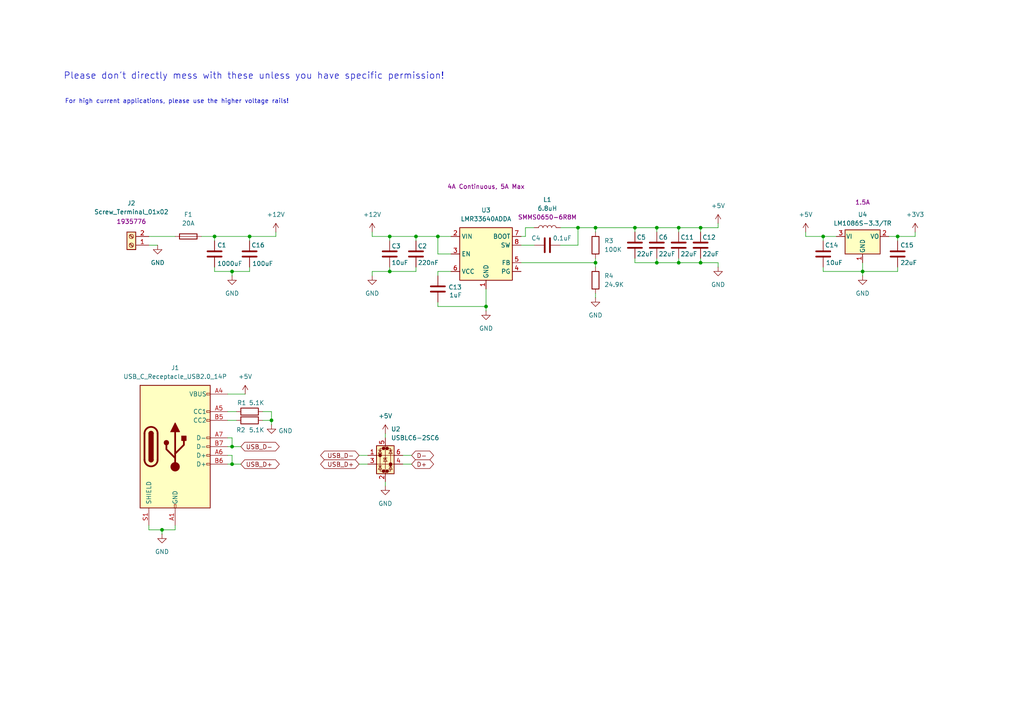
<source format=kicad_sch>
(kicad_sch (version 20250114) (generator "eeschema") (generator_version "9.0")
  (paper "A4")
  (lib_symbols
    (symbol "Connector:Screw_Terminal_01x02" (pin_names (offset 1.016) (hide yes))
      (property "Reference" "J" (at 0 2.54 0))
      (property "Value" "Screw_Terminal_01x02" (at 0 -5.08 0))
      (symbol "Screw_Terminal_01x02_1_1"
        (rectangle (start -1.27 1.27) (end 1.27 -3.81) (stroke (width 0.254)) (fill (type background)))
        (polyline (pts (xy -0.5334 0.3302) (xy 0.3302 -0.508)) (stroke (width 0.1524)))
        (polyline (pts (xy -0.5334 -2.2098) (xy 0.3302 -3.048)) (stroke (width 0.1524)))
        (polyline (pts (xy -0.3556 0.508) (xy 0.508 -0.3302)) (stroke (width 0.1524)))
        (polyline (pts (xy -0.3556 -2.032) (xy 0.508 -2.8702)) (stroke (width 0.1524)))
        (circle (center 0 0) (radius 0.635) (stroke (width 0.1524)))
        (circle (center 0 -2.54) (radius 0.635) (stroke (width 0.1524)))
        (pin passive line (at -5.08 0 0) (length 3.81) (name "Pin_1") (number "1"))
        (pin passive line (at -5.08 -2.54 0) (length 3.81) (name "Pin_2") (number "2"))
      )
    )
    (symbol "Connector:USB_C_Receptacle_USB2.0_14P" (pin_names (offset 1.016))
      (property "Reference" "J" (at 0 22.225 0))
      (property "Value" "USB_C_Receptacle_USB2.0_14P" (at 0 19.685 0))
      (symbol "USB_C_Receptacle_USB2.0_14P_0_0"
        (rectangle (start -0.254 -17.78) (end 0.254 -16.764))
        (rectangle (start 10.16 15.494) (end 9.144 14.986))
        (rectangle (start 10.16 10.414) (end 9.144 9.906))
        (rectangle (start 10.16 7.874) (end 9.144 7.366))
        (rectangle (start 10.16 2.794) (end 9.144 2.286))
        (rectangle (start 10.16 0.254) (end 9.144 -0.254))
        (rectangle (start 10.16 -2.286) (end 9.144 -2.794))
        (rectangle (start 10.16 -4.826) (end 9.144 -5.334))
      )
      (symbol "USB_C_Receptacle_USB2.0_14P_0_1"
        (rectangle (start -10.16 17.78) (end 10.16 -17.78) (stroke (width 0.254)) (fill (type background)))
        (polyline (pts (xy -8.89 -3.81) (xy -8.89 3.81)) (stroke (width 0.508)))
        (rectangle (start -7.62 -3.81) (end -6.35 3.81) (stroke (width 0.254)) (fill (type outline)))
        (arc (start -7.62 3.81) (mid -6.985 4.4423) (end -6.35 3.81) (stroke (width 0.254)))
        (arc (start -7.62 3.81) (mid -6.985 4.4423) (end -6.35 3.81) (stroke (width 0.254)) (fill (type outline)))
        (arc (start -8.89 3.81) (mid -6.985 5.7067) (end -5.08 3.81) (stroke (width 0.508)))
        (arc (start -5.08 -3.81) (mid -6.985 -5.7067) (end -8.89 -3.81) (stroke (width 0.508)))
        (arc (start -6.35 -3.81) (mid -6.985 -4.4423) (end -7.62 -3.81) (stroke (width 0.254)))
        (arc (start -6.35 -3.81) (mid -6.985 -4.4423) (end -7.62 -3.81) (stroke (width 0.254)) (fill (type outline)))
        (polyline (pts (xy -5.08 3.81) (xy -5.08 -3.81)) (stroke (width 0.508)))
        (circle (center -2.54 1.143) (radius 0.635) (stroke (width 0.254)) (fill (type outline)))
        (polyline (pts (xy -1.27 4.318) (xy 0 6.858) (xy 1.27 4.318) (xy -1.27 4.318)) (stroke (width 0.254)) (fill (type outline)))
        (polyline (pts (xy 0 -2.032) (xy 2.54 0.508) (xy 2.54 1.778)) (stroke (width 0.508)))
        (polyline (pts (xy 0 -3.302) (xy -2.54 -0.762) (xy -2.54 0.508)) (stroke (width 0.508)))
        (polyline (pts (xy 0 -5.842) (xy 0 4.318)) (stroke (width 0.508)))
        (circle (center 0 -5.842) (radius 1.27) (fill (type outline)))
        (rectangle (start 1.905 1.778) (end 3.175 3.048) (stroke (width 0.254)) (fill (type outline)))
      )
      (symbol "USB_C_Receptacle_USB2.0_14P_1_1"
        (pin passive line (at -7.62 -22.86 90) (length 5.08) (name "SHIELD") (number "S1"))
        (pin passive line (at 0 -22.86 90) (length 5.08) (name "GND") (number "A1"))
        (pin passive line (at 0 -22.86 90) (length 5.08) (hide yes) (name "GND") (number "A12"))
        (pin passive line (at 0 -22.86 90) (length 5.08) (hide yes) (name "GND") (number "B1"))
        (pin passive line (at 0 -22.86 90) (length 5.08) (hide yes) (name "GND") (number "B12"))
        (pin passive line (at 15.24 15.24 180) (length 5.08) (name "VBUS") (number "A4"))
        (pin passive line (at 15.24 15.24 180) (length 5.08) (hide yes) (name "VBUS") (number "A9"))
        (pin passive line (at 15.24 15.24 180) (length 5.08) (hide yes) (name "VBUS") (number "B4"))
        (pin passive line (at 15.24 15.24 180) (length 5.08) (hide yes) (name "VBUS") (number "B9"))
        (pin bidirectional line (at 15.24 10.16 180) (length 5.08) (name "CC1") (number "A5"))
        (pin bidirectional line (at 15.24 7.62 180) (length 5.08) (name "CC2") (number "B5"))
        (pin bidirectional line (at 15.24 2.54 180) (length 5.08) (name "D-") (number "A7"))
        (pin bidirectional line (at 15.24 0 180) (length 5.08) (name "D-") (number "B7"))
        (pin bidirectional line (at 15.24 -2.54 180) (length 5.08) (name "D+") (number "A6"))
        (pin bidirectional line (at 15.24 -5.08 180) (length 5.08) (name "D+") (number "B6"))
      )
    )
    (symbol "Device:C" (pin_numbers (hide yes)) (pin_names (offset 0.254))
      (property "Reference" "C" (at 0.635 2.54 0))
      (property "Value" "C" (at 0.635 -2.54 0))
      (symbol "C_0_1"
        (polyline (pts (xy -2.032 0.762) (xy 2.032 0.762)) (stroke (width 0.508)))
        (polyline (pts (xy -2.032 -0.762) (xy 2.032 -0.762)) (stroke (width 0.508)))
      )
      (symbol "C_1_1"
        (pin passive line (at 0 3.81 270) (length 2.794) (name "~") (number "1"))
        (pin passive line (at 0 -3.81 90) (length 2.794) (name "~") (number "2"))
      )
    )
    (symbol "Device:Fuse" (pin_numbers (hide yes)) (pin_names (offset 0))
      (property "Reference" "F" (at 2.032 0 90))
      (property "Value" "Fuse" (at -1.905 0 90))
      (symbol "Fuse_0_1"
        (rectangle (start -0.762 -2.54) (end 0.762 2.54) (stroke (width 0.254)))
        (polyline (pts (xy 0 2.54) (xy 0 -2.54)))
      )
      (symbol "Fuse_1_1"
        (pin passive line (at 0 3.81 270) (length 1.27) (name "~") (number "1"))
        (pin passive line (at 0 -3.81 90) (length 1.27) (name "~") (number "2"))
      )
    )
    (symbol "Device:L" (pin_numbers (hide yes)) (pin_names (offset 1.016) (hide yes))
      (property "Reference" "L" (at -1.27 0 90))
      (property "Value" "L" (at 1.905 0 90))
      (symbol "L_0_1"
        (arc (start 0 2.54) (mid 0.6323 1.905) (end 0 1.27))
        (arc (start 0 1.27) (mid 0.6323 0.635) (end 0 0))
        (arc (start 0 0) (mid 0.6323 -0.635) (end 0 -1.27))
        (arc (start 0 -1.27) (mid 0.6323 -1.905) (end 0 -2.54))
      )
      (symbol "L_1_1"
        (pin passive line (at 0 3.81 270) (length 1.27) (name "1") (number "1"))
        (pin passive line (at 0 -3.81 90) (length 1.27) (name "2") (number "2"))
      )
    )
    (symbol "Device:R" (pin_numbers (hide yes)) (pin_names (offset 0))
      (property "Reference" "R" (at 2.032 0 90))
      (property "Value" "R" (at 0 0 90))
      (symbol "R_0_1"
        (rectangle (start -1.016 -2.54) (end 1.016 2.54) (stroke (width 0.254)))
      )
      (symbol "R_1_1"
        (pin passive line (at 0 3.81 270) (length 1.27) (name "~") (number "1"))
        (pin passive line (at 0 -3.81 90) (length 1.27) (name "~") (number "2"))
      )
    )
    (symbol "Power_Protection:USBLC6-2SC6" (pin_names (hide yes))
      (property "Reference" "U" (at 0.635 5.715 0))
      (property "Value" "USBLC6-2SC6" (at 0.635 3.81 0))
      (symbol "USBLC6-2SC6_0_0"
        (circle (center -1.524 0) (radius 0.0001) (stroke (width 0.508)))
        (circle (center -0.508 2.032) (radius 0.0001) (stroke (width 0.508)))
        (circle (center -0.508 -4.572) (radius 0.0001) (stroke (width 0.508)))
        (circle (center 0.508 2.032) (radius 0.0001) (stroke (width 0.508)))
        (circle (center 0.508 -4.572) (radius 0.0001) (stroke (width 0.508)))
        (circle (center 1.524 -2.54) (radius 0.0001) (stroke (width 0.508)))
      )
      (symbol "USBLC6-2SC6_0_1"
        (polyline (pts (xy -2.54 0) (xy 2.54 0)))
        (polyline (pts (xy -2.54 -2.54) (xy 2.54 -2.54)))
        (polyline (pts (xy -2.032 0.508) (xy -1.016 0.508) (xy -1.524 1.524) (xy -2.032 0.508)))
        (polyline (pts (xy -2.032 -3.048) (xy -1.016 -3.048)))
        (polyline (pts (xy -1.016 1.524) (xy -2.032 1.524)))
        (polyline (pts (xy -1.016 -4.064) (xy -2.032 -4.064) (xy -1.524 -3.048) (xy -1.016 -4.064)))
        (polyline (pts (xy -0.508 -1.143) (xy -0.508 -0.762) (xy 0.508 -0.762)))
        (polyline (pts (xy 0 2.54) (xy -0.508 2.032) (xy 0.508 2.032) (xy 0 1.524) (xy 0 -4.064) (xy -0.508 -4.572) (xy 0.508 -4.572) (xy 0 -5.08)))
        (polyline (pts (xy 0.508 -1.778) (xy -0.508 -1.778) (xy 0 -0.762) (xy 0.508 -1.778)))
        (polyline (pts (xy 1.016 1.524) (xy 2.032 1.524)))
        (polyline (pts (xy 1.016 -3.048) (xy 2.032 -3.048)))
        (polyline (pts (xy 2.032 0.508) (xy 1.016 0.508) (xy 1.524 1.524) (xy 2.032 0.508)))
        (polyline (pts (xy 2.032 -4.064) (xy 1.016 -4.064) (xy 1.524 -3.048) (xy 2.032 -4.064)))
      )
      (symbol "USBLC6-2SC6_1_1"
        (rectangle (start -2.54 2.794) (end 2.54 -5.334) (stroke (width 0.254)) (fill (type background)))
        (polyline (pts (xy -0.508 2.032) (xy -1.524 2.032) (xy -1.524 -4.572) (xy -0.508 -4.572)))
        (polyline (pts (xy 0.508 -4.572) (xy 1.524 -4.572) (xy 1.524 2.032) (xy 0.508 2.032)))
        (pin passive line (at -5.08 0 0) (length 2.54) (name "I/O1") (number "1"))
        (pin passive line (at -5.08 -2.54 0) (length 2.54) (name "I/O2") (number "3"))
        (pin passive line (at 0 5.08 270) (length 2.54) (name "VBUS") (number "5"))
        (pin passive line (at 0 -7.62 90) (length 2.54) (name "GND") (number "2"))
        (pin passive line (at 5.08 0 180) (length 2.54) (name "I/O1") (number "6"))
        (pin passive line (at 5.08 -2.54 180) (length 2.54) (name "I/O2") (number "4"))
      )
    )
    (symbol "Regulator_Linear:LM1084-3.3" (pin_names (offset 0.254))
      (property "Reference" "U" (at -3.81 3.175 0))
      (property "Value" "LM1084-3.3" (at 0 3.175 0))
      (symbol "LM1084-3.3_0_1"
        (rectangle (start -5.08 1.905) (end 5.08 -5.08) (stroke (width 0.254)) (fill (type background)))
      )
      (symbol "LM1084-3.3_1_1"
        (pin power_in line (at -7.62 0 0) (length 2.54) (name "VI") (number "3"))
        (pin power_in line (at 0 -7.62 90) (length 2.54) (name "GND") (number "1"))
        (pin power_out line (at 7.62 0 180) (length 2.54) (name "VO") (number "2"))
      )
    )
    (symbol "Regulator_Switching:LMR33640ADDA"
      (property "Reference" "U" (at 0 11.43 0))
      (property "Value" "LMR33640ADDA" (at 0 8.89 0))
      (symbol "LMR33640ADDA_0_1"
        (rectangle (start -7.62 7.62) (end 7.62 -7.62) (stroke (width 0.254)) (fill (type background)))
      )
      (symbol "LMR33640ADDA_1_1"
        (pin power_in line (at -10.16 5.08 0) (length 2.54) (name "VIN") (number "2"))
        (pin input line (at -10.16 0 0) (length 2.54) (name "EN") (number "3"))
        (pin power_out line (at -10.16 -5.08 0) (length 2.54) (name "VCC") (number "6"))
        (pin power_in line (at 0 -10.16 90) (length 2.54) (name "GND") (number "1"))
        (pin passive line (at 0 -10.16 90) (length 2.54) (hide yes) (name "GND") (number "9"))
        (pin input line (at 10.16 5.08 180) (length 2.54) (name "BOOT") (number "7"))
        (pin output line (at 10.16 2.54 180) (length 2.54) (name "SW") (number "8"))
        (pin input line (at 10.16 -2.54 180) (length 2.54) (name "FB") (number "5"))
        (pin open_collector line (at 10.16 -5.08 180) (length 2.54) (name "PG") (number "4"))
      )
    )
    (symbol "power:+12V" (power) (pin_numbers (hide yes)) (pin_names (offset 0) (hide yes))
      (property "Value" "+12V" (at 0 3.556 0))
      (symbol "+12V_0_1"
        (polyline (pts (xy -0.762 1.27) (xy 0 2.54)))
        (polyline (pts (xy 0 2.54) (xy 0.762 1.27)))
        (polyline (pts (xy 0 0) (xy 0 2.54)))
      )
      (symbol "+12V_1_1"
        (pin power_in line (at 0 0 90) (length 0) (name "~") (number "1"))
      )
    )
    (symbol "power:+3V3" (power) (pin_numbers (hide yes)) (pin_names (offset 0) (hide yes))
      (property "Value" "+3V3" (at 0 3.556 0))
      (symbol "+3V3_0_1"
        (polyline (pts (xy -0.762 1.27) (xy 0 2.54)))
        (polyline (pts (xy 0 2.54) (xy 0.762 1.27)))
        (polyline (pts (xy 0 0) (xy 0 2.54)))
      )
      (symbol "+3V3_1_1"
        (pin power_in line (at 0 0 90) (length 0) (name "~") (number "1"))
      )
    )
    (symbol "power:+5V" (power) (pin_numbers (hide yes)) (pin_names (offset 0) (hide yes))
      (property "Value" "+5V" (at 0 3.556 0))
      (symbol "+5V_0_1"
        (polyline (pts (xy -0.762 1.27) (xy 0 2.54)))
        (polyline (pts (xy 0 2.54) (xy 0.762 1.27)))
        (polyline (pts (xy 0 0) (xy 0 2.54)))
      )
      (symbol "+5V_1_1"
        (pin power_in line (at 0 0 90) (length 0) (name "~") (number "1"))
      )
    )
    (symbol "power:GND" (power) (pin_numbers (hide yes)) (pin_names (offset 0) (hide yes))
      (property "Value" "GND" (at 0 -3.81 0))
      (symbol "GND_0_1"
        (polyline (pts (xy 0 0) (xy 0 -1.27) (xy 1.27 -1.27) (xy 0 -2.54) (xy -1.27 -1.27) (xy 0 -1.27)))
      )
      (symbol "GND_1_1"
        (pin power_in line (at 0 0 270) (length 0) (name "~") (number "1"))
      )
    )
  )
  (text "Please don't directly mess with these unless you have specific permission!" (at 73.66 22.098 0) (effects (font (size 1.905 1.905))))
  (text "For high current applications, please use the higher voltage rails!" (at 51.308 29.464 0) (effects (font (size 1.27 1.27))))
  (junction (at 203.2 66.04))
  (junction (at 260.35 68.58))
  (junction (at 196.85 76.2))
  (junction (at 62.23 68.58))
  (junction (at 113.03 78.74))
  (junction (at 250.19 78.74))
  (junction (at 113.03 68.58))
  (junction (at 196.85 66.04))
  (junction (at 140.97 88.9))
  (junction (at 46.99 153.67))
  (junction (at 120.65 68.58))
  (junction (at 72.39 68.58))
  (junction (at 67.31 129.54))
  (junction (at 203.2 76.2))
  (junction (at 172.72 76.2))
  (junction (at 67.31 134.62))
  (junction (at 184.15 66.04))
  (junction (at 172.72 66.04))
  (junction (at 127 68.58))
  (junction (at 67.31 78.74))
  (junction (at 238.76 68.58))
  (junction (at 190.5 66.04))
  (junction (at 190.5 76.2))
  (junction (at 167.64 66.04))
  (junction (at 78.74 121.92))
  (wire (pts (xy 72.39 68.58) (xy 62.23 68.58)))
  (wire (pts (xy 67.31 80.01) (xy 67.31 78.74)))
  (wire (pts (xy 107.95 68.58) (xy 107.95 67.31)))
  (wire (pts (xy 260.35 69.85) (xy 260.35 68.58)))
  (wire (pts (xy 196.85 76.2) (xy 190.5 76.2)))
  (wire (pts (xy 190.5 76.2) (xy 184.15 76.2)))
  (wire (pts (xy 104.14 134.62) (xy 106.68 134.62)))
  (wire (pts (xy 151.13 76.2) (xy 172.72 76.2)))
  (wire (pts (xy 68.58 121.92) (xy 66.04 121.92)))
  (wire (pts (xy 68.58 119.38) (xy 66.04 119.38)))
  (wire (pts (xy 107.95 78.74) (xy 113.03 78.74)))
  (wire (pts (xy 107.95 68.58) (xy 113.03 68.58)))
  (wire (pts (xy 72.39 78.74) (xy 72.39 77.47)))
  (wire (pts (xy 172.72 76.2) (xy 172.72 77.47)))
  (wire (pts (xy 208.28 76.2) (xy 208.28 77.47)))
  (wire (pts (xy 172.72 74.93) (xy 172.72 76.2)))
  (wire (pts (xy 113.03 78.74) (xy 120.65 78.74)))
  (wire (pts (xy 104.14 132.08) (xy 106.68 132.08)))
  (wire (pts (xy 184.15 66.04) (xy 190.5 66.04)))
  (wire (pts (xy 80.01 68.58) (xy 72.39 68.58)))
  (wire (pts (xy 167.64 71.12) (xy 162.56 71.12)))
  (wire (pts (xy 78.74 121.92) (xy 78.74 119.38)))
  (wire (pts (xy 140.97 90.17) (xy 140.97 88.9)))
  (wire (pts (xy 203.2 76.2) (xy 203.2 74.93)))
  (wire (pts (xy 111.76 140.97) (xy 111.76 139.7)))
  (wire (pts (xy 43.18 152.4) (xy 43.18 153.67)))
  (wire (pts (xy 67.31 78.74) (xy 62.23 78.74)))
  (wire (pts (xy 190.5 66.04) (xy 190.5 67.31)))
  (wire (pts (xy 250.19 76.2) (xy 250.19 78.74)))
  (wire (pts (xy 67.31 134.62) (xy 69.85 134.62)))
  (wire (pts (xy 120.65 78.74) (xy 120.65 77.47)))
  (wire (pts (xy 66.04 127) (xy 67.31 127)))
  (wire (pts (xy 140.97 83.82) (xy 140.97 88.9)))
  (wire (pts (xy 119.38 132.08) (xy 116.84 132.08)))
  (wire (pts (xy 151.13 71.12) (xy 154.94 71.12)))
  (wire (pts (xy 208.28 76.2) (xy 203.2 76.2)))
  (wire (pts (xy 184.15 76.2) (xy 184.15 74.93)))
  (wire (pts (xy 66.04 134.62) (xy 67.31 134.62)))
  (wire (pts (xy 80.01 68.58) (xy 80.01 67.31)))
  (wire (pts (xy 196.85 66.04) (xy 203.2 66.04)))
  (wire (pts (xy 190.5 76.2) (xy 190.5 74.93)))
  (wire (pts (xy 208.28 66.04) (xy 203.2 66.04)))
  (wire (pts (xy 78.74 121.92) (xy 76.2 121.92)))
  (wire (pts (xy 172.72 66.04) (xy 172.72 67.31)))
  (wire (pts (xy 46.99 153.67) (xy 50.8 153.67)))
  (wire (pts (xy 50.8 68.58) (xy 43.18 68.58)))
  (wire (pts (xy 151.13 68.58) (xy 152.4 68.58)))
  (wire (pts (xy 113.03 68.58) (xy 120.65 68.58)))
  (wire (pts (xy 260.35 77.47) (xy 260.35 78.74)))
  (wire (pts (xy 233.68 68.58) (xy 233.68 67.31)))
  (wire (pts (xy 203.2 76.2) (xy 196.85 76.2)))
  (wire (pts (xy 250.19 80.01) (xy 250.19 78.74)))
  (wire (pts (xy 72.39 69.85) (xy 72.39 68.58)))
  (wire (pts (xy 62.23 68.58) (xy 58.42 68.58)))
  (wire (pts (xy 107.95 78.74) (xy 107.95 80.01)))
  (wire (pts (xy 196.85 76.2) (xy 196.85 74.93)))
  (wire (pts (xy 238.76 78.74) (xy 250.19 78.74)))
  (wire (pts (xy 119.38 134.62) (xy 116.84 134.62)))
  (wire (pts (xy 167.64 66.04) (xy 172.72 66.04)))
  (wire (pts (xy 152.4 68.58) (xy 152.4 66.04)))
  (wire (pts (xy 62.23 78.74) (xy 62.23 77.47)))
  (wire (pts (xy 127 88.9) (xy 127 87.63)))
  (wire (pts (xy 190.5 66.04) (xy 196.85 66.04)))
  (wire (pts (xy 196.85 66.04) (xy 196.85 67.31)))
  (wire (pts (xy 62.23 69.85) (xy 62.23 68.58)))
  (wire (pts (xy 260.35 68.58) (xy 257.81 68.58)))
  (wire (pts (xy 203.2 66.04) (xy 203.2 67.31)))
  (wire (pts (xy 113.03 78.74) (xy 113.03 77.47)))
  (wire (pts (xy 50.8 152.4) (xy 50.8 153.67)))
  (wire (pts (xy 265.43 68.58) (xy 265.43 67.31)))
  (wire (pts (xy 71.12 114.3) (xy 66.04 114.3)))
  (wire (pts (xy 172.72 66.04) (xy 184.15 66.04)))
  (wire (pts (xy 113.03 69.85) (xy 113.03 68.58)))
  (wire (pts (xy 265.43 68.58) (xy 260.35 68.58)))
  (wire (pts (xy 78.74 123.19) (xy 78.74 121.92)))
  (wire (pts (xy 45.72 71.12) (xy 43.18 71.12)))
  (wire (pts (xy 46.99 154.94) (xy 46.99 153.67)))
  (wire (pts (xy 172.72 86.36) (xy 172.72 85.09)))
  (wire (pts (xy 67.31 78.74) (xy 72.39 78.74)))
  (wire (pts (xy 238.76 68.58) (xy 242.57 68.58)))
  (wire (pts (xy 167.64 66.04) (xy 167.64 71.12)))
  (wire (pts (xy 162.56 66.04) (xy 167.64 66.04)))
  (wire (pts (xy 238.76 77.47) (xy 238.76 78.74)))
  (wire (pts (xy 78.74 119.38) (xy 76.2 119.38)))
  (wire (pts (xy 250.19 78.74) (xy 260.35 78.74)))
  (wire (pts (xy 127 73.66) (xy 127 68.58)))
  (wire (pts (xy 130.81 73.66) (xy 127 73.66)))
  (wire (pts (xy 67.31 134.62) (xy 67.31 132.08)))
  (wire (pts (xy 238.76 69.85) (xy 238.76 68.58)))
  (wire (pts (xy 111.76 125.73) (xy 111.76 127)))
  (wire (pts (xy 43.18 153.67) (xy 46.99 153.67)))
  (wire (pts (xy 233.68 68.58) (xy 238.76 68.58)))
  (wire (pts (xy 67.31 127) (xy 67.31 129.54)))
  (wire (pts (xy 184.15 67.31) (xy 184.15 66.04)))
  (wire (pts (xy 66.04 129.54) (xy 67.31 129.54)))
  (wire (pts (xy 208.28 66.04) (xy 208.28 64.77)))
  (wire (pts (xy 127 88.9) (xy 140.97 88.9)))
  (wire (pts (xy 152.4 66.04) (xy 154.94 66.04)))
  (wire (pts (xy 120.65 69.85) (xy 120.65 68.58)))
  (wire (pts (xy 127 68.58) (xy 130.81 68.58)))
  (wire (pts (xy 127 78.74) (xy 130.81 78.74)))
  (wire (pts (xy 67.31 129.54) (xy 69.85 129.54)))
  (wire (pts (xy 66.04 132.08) (xy 67.31 132.08)))
  (wire (pts (xy 120.65 68.58) (xy 127 68.58)))
  (wire (pts (xy 127 80.01) (xy 127 78.74)))
  (global_label "USB_D-" (shape bidirectional) (at 69.85 129.54 0) (property "Intersheetrefs" "${INTERSHEET_REFS}" (effects (hide yes))))
  (global_label "D+" (shape bidirectional) (at 119.38 134.62 0) (property "Intersheetrefs" "${INTERSHEET_REFS}" (effects (hide yes))))
  (global_label "USB_D+" (shape bidirectional) (at 69.85 134.62 0) (property "Intersheetrefs" "${INTERSHEET_REFS}" (effects (hide yes))))
  (global_label "USB_D-" (shape bidirectional) (at 104.14 132.08 180) (property "Intersheetrefs" "${INTERSHEET_REFS}" (effects (hide yes))))
  (global_label "USB_D+" (shape bidirectional) (at 104.14 134.62 180) (property "Intersheetrefs" "${INTERSHEET_REFS}" (effects (hide yes))))
  (global_label "D-" (shape bidirectional) (at 119.38 132.08 0) (property "Intersheetrefs" "${INTERSHEET_REFS}" (effects (hide yes))))
  (symbol (lib_id "power:+3V3") (at 265.43 67.31 0) (unit 1)
    (property "Reference" "#PWR021" (effects (hide yes)))
    (property "Value" "+3V3" (at 265.43 62.23 0))
    (property "Description" "Power symbol creates a global label with name \"+3V3\"" (effects (hide yes)))
  )
  (symbol (lib_id "power:GND") (at 111.76 140.97 0) (unit 1)
    (property "Reference" "#PWR011" (effects (hide yes)))
    (property "Value" "GND" (at 111.76 146.05 0))
    (property "Description" "Power symbol creates a global label with name \"GND\" , ground" (effects (hide yes)))
  )
  (symbol (lib_id "Device:R") (at 72.39 121.92 90) (unit 1)
    (property "Reference" "R2" (at 69.85 124.714 90))
    (property "Value" "5.1K" (at 74.422 124.714 90))
    (property "Footprint" "Resistor_SMD:R_0402_1005Metric" (effects (hide yes)))
    (property "Description" "Resistor" (effects (hide yes)))
  )
  (symbol (lib_id "Device:C") (at 72.39 73.66 0) (unit 1)
    (property "Reference" "C16" (at 72.898 71.12 0) (effects (justify left)))
    (property "Value" "100uF" (at 73.152 76.454 0) (effects (justify left)))
    (property "Footprint" "Capacitor_SMD:C_Elec_6.3x5.8" (effects (hide yes)))
    (property "Description" "Unpolarized capacitor" (effects (hide yes)))
    (property "Part" "MA25V100M6x6" (effects (hide yes)))
  )
  (symbol (lib_id "power:GND") (at 140.97 90.17 0) (unit 1)
    (property "Reference" "#PWR015" (effects (hide yes)))
    (property "Value" "GND" (at 140.97 95.25 0))
    (property "Description" "Power symbol creates a global label with name \"GND\" , ground" (effects (hide yes)))
  )
  (symbol (lib_id "Device:C") (at 238.76 73.66 0) (unit 1)
    (property "Reference" "C14" (at 239.268 71.12 0) (effects (justify left)))
    (property "Value" "10uF" (at 239.522 76.2 0) (effects (justify left)))
    (property "Footprint" "Capacitor_SMD:C_0805_2012Metric" (effects (hide yes)))
    (property "Description" "Unpolarized capacitor" (effects (hide yes)))
  )
  (symbol (lib_id "Device:C") (at 260.35 73.66 0) (unit 1)
    (property "Reference" "C15" (at 261.112 71.12 0) (effects (justify left)))
    (property "Value" "22uF" (at 261.112 76.2 0) (effects (justify left)))
    (property "Footprint" "Capacitor_SMD:C_0805_2012Metric" (effects (hide yes)))
    (property "Description" "Unpolarized capacitor" (effects (hide yes)))
  )
  (symbol (lib_id "Device:C") (at 196.85 71.12 0) (unit 1)
    (property "Reference" "C11" (at 197.358 68.834 0) (effects (justify left)))
    (property "Value" "22uF" (at 197.358 73.66 0) (effects (justify left)))
    (property "Footprint" "Capacitor_SMD:C_0805_2012Metric" (effects (hide yes)))
    (property "Description" "Unpolarized capacitor" (effects (hide yes)))
  )
  (symbol (lib_id "power:+5V") (at 208.28 64.77 0) (unit 1)
    (property "Reference" "#PWR016" (effects (hide yes)))
    (property "Value" "+5V" (at 208.28 59.69 0))
    (property "Description" "Power symbol creates a global label with name \"+5V\"" (effects (hide yes)))
  )
  (symbol (lib_id "Regulator_Linear:LM1084-3.3") (at 250.19 68.58 0) (unit 1)
    (property "Reference" "U4" (at 250.19 62.23 0))
    (property "Value" "LM1086S-3.3/TR" (at 250.19 64.77 0))
    (property "Footprint" "Package_TO_SOT_SMD:TO-263-3_TabPin2" (effects (hide yes)))
    (property "Datasheet" "https://jlcpcb.com/api/file/downloadByFileSystemAccessId/8588894060694687745" (effects (hide yes)))
    (property "Description" "-40℃~+125℃@(Tj) 0.003%Vout 1 1.3V@(1.5A) 1.5A 15V 3.3V 5mA 75dB@(120Hz) Fixed Over Current Protection Positive TO-263-3 Voltage Regulators - Linear, Low Drop Out (LDO) Regulators ROHS" (effects (hide yes)))
    (property "Current" "1.5A" (at 250.19 58.674 0))
  )
  (symbol (lib_id "Connector:Screw_Terminal_01x02") (at 38.1 71.12 180) (unit 1)
    (property "Reference" "J2" (at 38.1 58.928 0))
    (property "Value" "Screw_Terminal_01x02" (at 38.1 61.468 0))
    (property "Footprint" "TerminalBlock_Phoenix:TerminalBlock_Phoenix_PT-1,5-2-5.0-H_1x02_P5.00mm_Horizontal" (effects (hide yes)))
    (property "Description" "Generic screw terminal, single row, 01x02, script generated (kicad-library-utils/schlib/autogen/connector/)" (effects (hide yes)))
    (property "Part" "1935776" (at 38.1 64.262 0))
  )
  (symbol (lib_id "power:GND") (at 45.72 71.12 0) (unit 1)
    (property "Reference" "#PWR04" (effects (hide yes)))
    (property "Value" "GND" (at 45.72 76.2 0))
    (property "Description" "Power symbol creates a global label with name \"GND\" , ground" (effects (hide yes)))
  )
  (symbol (lib_id "Device:Fuse") (at 54.61 68.58 90) (unit 1)
    (property "Reference" "F1" (at 54.61 62.23 90))
    (property "Value" "20A" (at 54.61 64.77 90))
    (property "Footprint" "Fuse:FuseHolder_Blade_ATO_Littelfuse_FLR_178.6165" (effects (hide yes)))
    (property "Description" "Fuse" (effects (hide yes)))
  )
  (symbol (lib_id "Device:L") (at 158.75 66.04 90) (unit 1)
    (property "Reference" "L1" (at 158.75 57.912 90))
    (property "Value" "6.8uH" (at 158.75 60.452 90))
    (property "Footprint" "Inductor_SMD:L_TechFuse_SL0650" (effects (hide yes)))
    (property "Description" "Inductor" (effects (hide yes)))
    (property "Part" "SMMS0650-6R8M" (at 158.75 62.992 90))
  )
  (symbol (lib_id "Device:C") (at 184.15 71.12 0) (unit 1)
    (property "Reference" "C5" (at 184.658 68.834 0) (effects (justify left)))
    (property "Value" "22uF" (at 184.658 73.66 0) (effects (justify left)))
    (property "Footprint" "Capacitor_SMD:C_0805_2012Metric" (effects (hide yes)))
    (property "Description" "Unpolarized capacitor" (effects (hide yes)))
  )
  (symbol (lib_id "Device:C") (at 158.75 71.12 90) (unit 1)
    (property "Reference" "C4" (at 155.448 69.088 90))
    (property "Value" "0.1uF" (at 163.068 69.088 90))
    (property "Footprint" "Capacitor_SMD:C_0402_1005Metric" (effects (hide yes)))
    (property "Description" "Unpolarized capacitor" (effects (hide yes)))
  )
  (symbol (lib_id "power:GND") (at 250.19 80.01 0) (unit 1)
    (property "Reference" "#PWR019" (effects (hide yes)))
    (property "Value" "GND" (at 250.19 85.09 0))
    (property "Description" "Power symbol creates a global label with name \"GND\" , ground" (effects (hide yes)))
  )
  (symbol (lib_id "Device:C") (at 190.5 71.12 0) (unit 1)
    (property "Reference" "C6" (at 191.008 68.834 0) (effects (justify left)))
    (property "Value" "22uF" (at 191.008 73.66 0) (effects (justify left)))
    (property "Footprint" "Capacitor_SMD:C_0805_2012Metric" (effects (hide yes)))
    (property "Description" "Unpolarized capacitor" (effects (hide yes)))
  )
  (symbol (lib_id "Device:C") (at 203.2 71.12 0) (unit 1)
    (property "Reference" "C12" (at 203.708 68.834 0) (effects (justify left)))
    (property "Value" "22uF" (at 203.708 73.66 0) (effects (justify left)))
    (property "Footprint" "Capacitor_SMD:C_0805_2012Metric" (effects (hide yes)))
    (property "Description" "Unpolarized capacitor" (effects (hide yes)))
  )
  (symbol (lib_id "Device:C") (at 127 83.82 0) (unit 1)
    (property "Reference" "C13" (at 130.048 83.312 0) (effects (justify left)))
    (property "Value" "1uF" (at 130.302 85.598 0) (effects (justify left)))
    (property "Footprint" "Capacitor_SMD:C_0402_1005Metric" (effects (hide yes)))
    (property "Description" "Unpolarized capacitor" (effects (hide yes)))
  )
  (symbol (lib_id "Power_Protection:USBLC6-2SC6") (at 111.76 132.08 0) (unit 1)
    (property "Reference" "U2" (at 113.4111 124.46 0) (effects (justify left)))
    (property "Value" "USBLC6-2SC6" (at 113.4111 127 0) (effects (justify left)))
    (property "Footprint" "Package_TO_SOT_SMD:SOT-23-6" (effects (hide yes)))
    (property "Datasheet" "https://www.st.com/resource/en/datasheet/usblc6-2.pdf" (effects (hide yes)))
    (property "Description" "Very low capacitance ESD protection diode, 2 data-line, SOT-23-6" (effects (hide yes)))
  )
  (symbol (lib_id "power:+12V") (at 80.01 67.31 0) (unit 1)
    (property "Reference" "#PWR08" (effects (hide yes)))
    (property "Value" "+12V" (at 80.01 62.23 0))
    (property "Description" "Power symbol creates a global label with name \"+12V\"" (effects (hide yes)))
  )
  (symbol (lib_id "power:+5V") (at 71.12 114.3 0) (unit 1)
    (property "Reference" "#PWR09" (effects (hide yes)))
    (property "Value" "+5V" (at 71.12 109.22 0))
    (property "Description" "Power symbol creates a global label with name \"+5V\"" (effects (hide yes)))
  )
  (symbol (lib_id "power:GND") (at 78.74 123.19 0) (unit 1)
    (property "Reference" "#PWR010" (effects (hide yes)))
    (property "Value" "GND" (at 82.804 124.968 0))
    (property "Description" "Power symbol creates a global label with name \"GND\" , ground" (effects (hide yes)))
  )
  (symbol (lib_id "power:GND") (at 107.95 80.01 0) (unit 1)
    (property "Reference" "#PWR014" (effects (hide yes)))
    (property "Value" "GND" (at 107.95 85.09 0))
    (property "Description" "Power symbol creates a global label with name \"GND\" , ground" (effects (hide yes)))
  )
  (symbol (lib_id "Device:C") (at 113.03 73.66 0) (unit 1)
    (property "Reference" "C3" (at 113.538 71.374 0) (effects (justify left)))
    (property "Value" "10uF" (at 113.538 76.2 0) (effects (justify left)))
    (property "Footprint" "Capacitor_SMD:C_0603_1608Metric" (effects (hide yes)))
    (property "Description" "Unpolarized capacitor" (effects (hide yes)))
  )
  (symbol (lib_id "Device:R") (at 72.39 119.38 90) (unit 1)
    (property "Reference" "R1" (at 70.104 116.84 90))
    (property "Value" "5.1K" (at 74.422 116.84 90))
    (property "Footprint" "Resistor_SMD:R_0402_1005Metric" (effects (hide yes)))
    (property "Description" "Resistor" (effects (hide yes)))
  )
  (symbol (lib_id "power:+12V") (at 107.95 67.31 0) (unit 1)
    (property "Reference" "#PWR013" (effects (hide yes)))
    (property "Value" "+12V" (at 107.95 62.23 0))
    (property "Description" "Power symbol creates a global label with name \"+12V\"" (effects (hide yes)))
  )
  (symbol (lib_id "Device:C") (at 120.65 73.66 0) (unit 1)
    (property "Reference" "C2" (at 121.158 71.374 0) (effects (justify left)))
    (property "Value" "220nF" (at 121.158 76.2 0) (effects (justify left)))
    (property "Footprint" "Capacitor_SMD:C_0402_1005Metric" (effects (hide yes)))
    (property "Description" "Unpolarized capacitor" (effects (hide yes)))
  )
  (symbol (lib_id "Device:C") (at 62.23 73.66 0) (unit 1)
    (property "Reference" "C1" (at 62.992 71.12 0) (effects (justify left)))
    (property "Value" "1000uF" (at 62.992 76.454 0) (effects (justify left)))
    (property "Footprint" "Capacitor_SMD:C_Elec_10x10.2" (effects (hide yes)))
    (property "Description" "Unpolarized capacitor" (effects (hide yes)))
    (property "Part" "EEH-ZS1E102UP" (effects (hide yes)))
  )
  (symbol (lib_id "Device:R") (at 172.72 81.28 0) (unit 1)
    (property "Reference" "R4" (at 175.26 80.0099 0) (effects (justify left)))
    (property "Value" "24.9K" (at 175.26 82.5499 0) (effects (justify left)))
    (property "Footprint" "Resistor_SMD:R_0402_1005Metric" (effects (hide yes)))
    (property "Description" "Resistor" (effects (hide yes)))
  )
  (symbol (lib_id "Regulator_Switching:LMR33640ADDA") (at 140.97 73.66 0) (unit 1)
    (property "Reference" "U3" (at 140.97 60.96 0))
    (property "Value" "LMR33640ADDA" (at 140.97 63.5 0))
    (property "Footprint" "Package_SO:Texas_HSOP-8-1EP_3.9x4.9mm_P1.27mm_ThermalVias" (effects (hide yes)))
    (property "Datasheet" "http://www.ti.com/lit/ds/symlink/lmr33640.pdf" (effects (hide yes)))
    (property "Description" "Simple Switcher Synchronous Buck Regulator, Vin=3.8-36V, Iout=4A, F=400kHz, Adjustable output voltage, HSOP-8" (effects (hide yes)))
    (property "Current" "4A Continuous, 5A Max" (at 140.97 54.102 0))
  )
  (symbol (lib_id "Connector:USB_C_Receptacle_USB2.0_14P") (at 50.8 129.54 0) (unit 1)
    (property "Reference" "J1" (at 50.8 106.68 0))
    (property "Value" "USB_C_Receptacle_USB2.0_14P" (at 50.8 109.22 0))
    (property "Footprint" "Connector_USB:USB_C_Receptacle_HRO_TYPE-C-31-M-12" (effects (hide yes)))
    (property "Datasheet" "https://www.usb.org/sites/default/files/documents/usb_type-c.zip" (effects (hide yes)))
    (property "Description" "USB 2.0-only 14P Type-C Receptacle connector" (effects (hide yes)))
  )
  (symbol (lib_id "power:GND") (at 172.72 86.36 0) (unit 1)
    (property "Reference" "#PWR018" (effects (hide yes)))
    (property "Value" "GND" (at 172.72 91.44 0))
    (property "Description" "Power symbol creates a global label with name \"GND\" , ground" (effects (hide yes)))
  )
  (symbol (lib_id "power:+5V") (at 233.68 67.31 0) (unit 1)
    (property "Reference" "#PWR020" (effects (hide yes)))
    (property "Value" "+5V" (at 233.68 62.23 0))
    (property "Description" "Power symbol creates a global label with name \"+5V\"" (effects (hide yes)))
  )
  (symbol (lib_id "power:GND") (at 67.31 80.01 0) (unit 1)
    (property "Reference" "#PWR022" (effects (hide yes)))
    (property "Value" "GND" (at 67.31 85.09 0))
    (property "Description" "Power symbol creates a global label with name \"GND\" , ground" (effects (hide yes)))
  )
  (symbol (lib_id "power:+5V") (at 111.76 125.73 0) (unit 1)
    (property "Reference" "#PWR012" (effects (hide yes)))
    (property "Value" "+5V" (at 111.76 120.65 0))
    (property "Description" "Power symbol creates a global label with name \"+5V\"" (effects (hide yes)))
  )
  (symbol (lib_id "Device:R") (at 172.72 71.12 0) (unit 1)
    (property "Reference" "R3" (at 175.26 69.8499 0) (effects (justify left)))
    (property "Value" "100K" (at 175.26 72.3899 0) (effects (justify left)))
    (property "Footprint" "Resistor_SMD:R_0402_1005Metric" (effects (hide yes)))
    (property "Description" "Resistor" (effects (hide yes)))
  )
  (symbol (lib_id "power:GND") (at 208.28 77.47 0) (unit 1)
    (property "Reference" "#PWR017" (effects (hide yes)))
    (property "Value" "GND" (at 208.28 82.55 0))
    (property "Description" "Power symbol creates a global label with name \"GND\" , ground" (effects (hide yes)))
  )
  (symbol (lib_id "power:GND") (at 46.99 154.94 0) (unit 1)
    (property "Reference" "#PWR03" (effects (hide yes)))
    (property "Value" "GND" (at 46.99 160.02 0))
    (property "Description" "Power symbol creates a global label with name \"GND\" , ground" (effects (hide yes)))
  )
)
</source>
